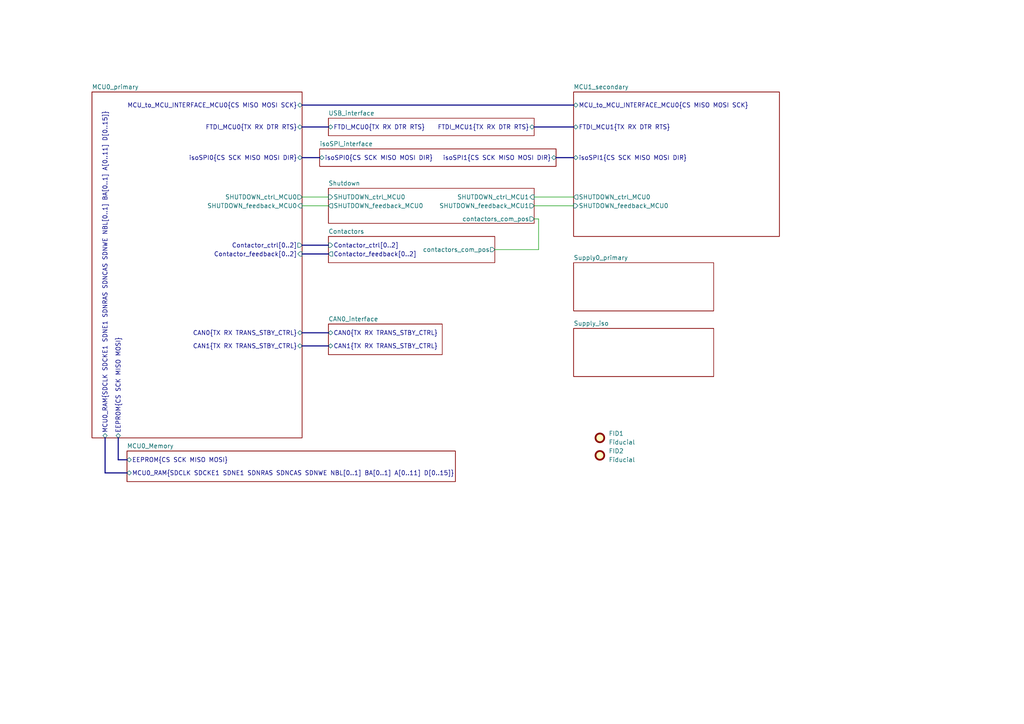
<source format=kicad_sch>
(kicad_sch (version 20230121) (generator eeschema)
  (paper "A4")
  (title_block (title "BMS-Master overview") (date "2023-12-29") (rev "V1.0") (company "Valais Wallis Racing Team") (comment 1 "Bétrisey Mattia"))
  (lib_symbols
    (symbol "Mechanical:Fiducial"
      (property "Reference" "FID" (at 0 5.08 0))
      (property "Value" "Fiducial" (at 0 3.175 0))
      (symbol "Fiducial_0_1"
        (circle (center 0 0) (radius 1.27) (stroke (width 0.508)) (fill (type background)))
      )
    )
  )
  (wire (pts (xy 87.63 59.69) (xy 95.25 59.69)))
  (wire (pts (xy 143.51 72.39) (xy 156.21 72.39)))
  (bus (pts (xy 87.63 100.33) (xy 95.25 100.33)))
  (bus (pts (xy 87.63 30.48) (xy 166.37 30.48)))
  (wire (pts (xy 87.63 57.15) (xy 95.25 57.15)))
  (wire (pts (xy 154.94 59.69) (xy 166.37 59.69)))
  (bus (pts (xy 87.63 45.72) (xy 92.71 45.72)))
  (bus (pts (xy 87.63 73.66) (xy 95.25 73.66)))
  (wire (pts (xy 156.21 63.5) (xy 156.21 72.39)))
  (bus (pts (xy 30.48 127) (xy 30.48 137.16)))
  (bus (pts (xy 34.29 133.35) (xy 36.83 133.35)))
  (bus (pts (xy 87.63 96.52) (xy 95.25 96.52)))
  (wire (pts (xy 154.94 57.15) (xy 166.37 57.15)))
  (bus (pts (xy 30.48 137.16) (xy 36.83 137.16)))
  (bus (pts (xy 87.63 36.83) (xy 95.25 36.83)))
  (bus (pts (xy 161.29 45.72) (xy 166.37 45.72)))
  (bus (pts (xy 87.63 71.12) (xy 95.25 71.12)))
  (bus (pts (xy 154.94 36.83) (xy 166.37 36.83)))
  (wire (pts (xy 154.94 63.5) (xy 156.21 63.5)))
  (bus (pts (xy 34.29 127) (xy 34.29 133.35)))
  (symbol (lib_id "Mechanical:Fiducial") (at 173.99 132.08 0) (unit 1)
    (property "Reference" "FID2" (at 176.53 130.81 0) (effects (justify left)))
    (property "Value" "Fiducial" (at 176.53 133.35 0) (effects (justify left)))
    (property "Footprint" "FS_Connector:fiducial 2mm with 3mm mask" (effects hide))
    (property "DESCRIPTION" "not mounted" (effects hide))
  )
  (symbol (lib_id "Mechanical:Fiducial") (at 173.99 127 0) (unit 1)
    (property "Reference" "FID1" (at 176.53 125.73 0) (effects (justify left)))
    (property "Value" "Fiducial" (at 176.53 128.27 0) (effects (justify left)))
    (property "Footprint" "FS_Connector:fiducial 2mm with 3mm mask" (effects hide))
    (property "DESCRIPTION" "not mounted" (effects hide))
  )
  (sheet (at 95.25 93.98) (size 33.02 8.89) (stroke (width 0.1524))
    (property "Sheetname" "CAN0_interface" (at 95.25 93.2684 0) (effects (justify left bottom)))
    (property "Sheetfile" "CAN0_interface.kicad_sch" (effects hide))
    (pin "CAN1{TX RX TRANS_STBY_CTRL}" bidirectional (at 95.25 100.33 180))
    (pin "CAN0{TX RX TRANS_STBY_CTRL}" bidirectional (at 95.25 96.52 180))
  )
  (sheet (at 95.25 34.29) (size 59.69 5.08) (stroke (width 0.1524))
    (property "Sheetname" "USB_interface" (at 95.25 33.5784 0) (effects (justify left bottom)))
    (property "Sheetfile" "USB_interface.kicad_sch" (effects hide))
    (pin "FTDI_MCU0{TX RX DTR RTS}" bidirectional (at 95.25 36.83 180))
    (pin "FTDI_MCU1{TX RX DTR RTS}" bidirectional (at 154.94 36.83 0))
  )
  (sheet (at 95.25 68.58) (size 48.26 7.62) (stroke (width 0.1524))
    (property "Sheetname" "Contactors" (at 95.25 67.8684 0) (effects (justify left bottom)))
    (property "Sheetfile" "Contactors.kicad_sch" (effects hide))
    (pin "Contactor_ctrl[0..2]" input (at 95.25 71.12 180))
    (pin "Contactor_feedback[0..2]" output (at 95.25 73.66 180))
    (pin "contactors_com_pos" output (at 143.51 72.39 0))
  )
  (sheet (at 26.67 26.67) (size 60.96 100.33) (stroke (width 0.1524))
    (property "Sheetname" "MCU0_primary" (at 26.67 25.9584 0) (effects (justify left bottom)))
    (property "Sheetfile" "MCU0_primary.kicad_sch" (effects hide))
    (pin "MCU0_RAM{SDCLK SDCKE1 SDNE1 SDNRAS SDNCAS SDNWE NBL[0..1] BA[0..1] A[0..11] D[0..15]}" bidirectional (at 30.48 127 270))
    (pin "EEPROM{CS SCK MISO MOSI}" bidirectional (at 34.29 127 270))
    (pin "FTDI_MCU0{TX RX DTR RTS}" bidirectional (at 87.63 36.83 0))
    (pin "CAN0{TX RX TRANS_STBY_CTRL}" bidirectional (at 87.63 96.52 0))
    (pin "MCU_to_MCU_INTERFACE_MCU0{CS MISO MOSI SCK}" bidirectional (at 87.63 30.48 0))
    (pin "SHUTDOWN_ctrl_MCU0" output (at 87.63 57.15 0))
    (pin "SHUTDOWN_feedback_MCU0" input (at 87.63 59.69 0))
    (pin "Contactor_feedback[0..2]" input (at 87.63 73.66 0))
    (pin "Contactor_ctrl[0..2]" output (at 87.63 71.12 0))
    (pin "CAN1{TX RX TRANS_STBY_CTRL}" bidirectional (at 87.63 100.33 0))
    (pin "isoSPI0{CS SCK MISO MOSI DIR}" bidirectional (at 87.63 45.72 0))
  )
  (sheet (at 95.25 54.61) (size 59.69 10.16) (stroke (width 0.1524))
    (property "Sheetname" "Shutdown" (at 95.25 53.8984 0) (effects (justify left bottom)))
    (property "Sheetfile" "Shutdown.kicad_sch" (effects hide))
    (pin "SHUTDOWN_feedback_MCU0" output (at 95.25 59.69 180))
    (pin "SHUTDOWN_feedback_MCU1" output (at 154.94 59.69 0))
    (pin "SHUTDOWN_ctrl_MCU0" input (at 95.25 57.15 180))
    (pin "SHUTDOWN_ctrl_MCU1" input (at 154.94 57.15 0))
    (pin "contactors_com_pos" output (at 154.94 63.5 0))
  )
  (sheet (at 166.37 26.67) (size 59.69 41.91) (stroke (width 0.1524))
    (property "Sheetname" "MCU1_secondary" (at 166.37 25.9584 0) (effects (justify left bottom)))
    (property "Sheetfile" "MCU1_secondary.kicad_sch" (effects hide))
    (pin "FTDI_MCU1{TX RX DTR RTS}" bidirectional (at 166.37 36.83 180))
    (pin "MCU_to_MCU_INTERFACE_MCU0{CS MISO MOSI SCK}" bidirectional (at 166.37 30.48 180))
    (pin "SHUTDOWN_ctrl_MCU0" output (at 166.37 57.15 180))
    (pin "SHUTDOWN_feedback_MCU0" input (at 166.37 59.69 180))
    (pin "isoSPI1{CS SCK MISO MOSI DIR}" bidirectional (at 166.37 45.72 180))
  )
  (sheet (at 92.71 43.18) (size 68.58 5.08) (stroke (width 0.1524))
    (property "Sheetname" "isoSPI_interface" (at 92.71 42.4684 0) (effects (justify left bottom)))
    (property "Sheetfile" "isoSPI_interface.kicad_sch" (effects hide))
    (pin "isoSPI0{CS SCK MISO MOSI DIR}" bidirectional (at 92.71 45.72 180))
    (pin "isoSPI1{CS SCK MISO MOSI DIR}" bidirectional (at 161.29 45.72 0))
  )
  (sheet (at 36.83 130.81) (size 95.25 8.89) (stroke (width 0.1524))
    (property "Sheetname" "MCU0_Memory" (at 36.83 130.0984 0) (effects (justify left bottom)))
    (property "Sheetfile" "MCU0_Memory.kicad_sch" (effects hide))
    (pin "MCU0_RAM{SDCLK SDCKE1 SDNE1 SDNRAS SDNCAS SDNWE NBL[0..1] BA[0..1] A[0..11] D[0..15]}" bidirectional (at 36.83 137.16 180))
    (pin "EEPROM{CS SCK MISO MOSI}" bidirectional (at 36.83 133.35 180))
  )
  (sheet (at 166.37 95.25) (size 40.64 13.97) (stroke (width 0.1524))
    (property "Sheetname" "Supply_iso" (at 166.37 94.5384 0) (effects (justify left bottom)))
    (property "Sheetfile" "Supply_iso.kicad_sch" (effects hide))
  )
  (sheet (at 166.37 76.2) (size 40.64 13.97) (stroke (width 0.1524))
    (property "Sheetname" "Supply0_primary" (at 166.37 75.4884 0) (effects (justify left bottom)))
    (property "Sheetfile" "Supply0_primary.kicad_sch" (effects hide))
  )
)
</source>
